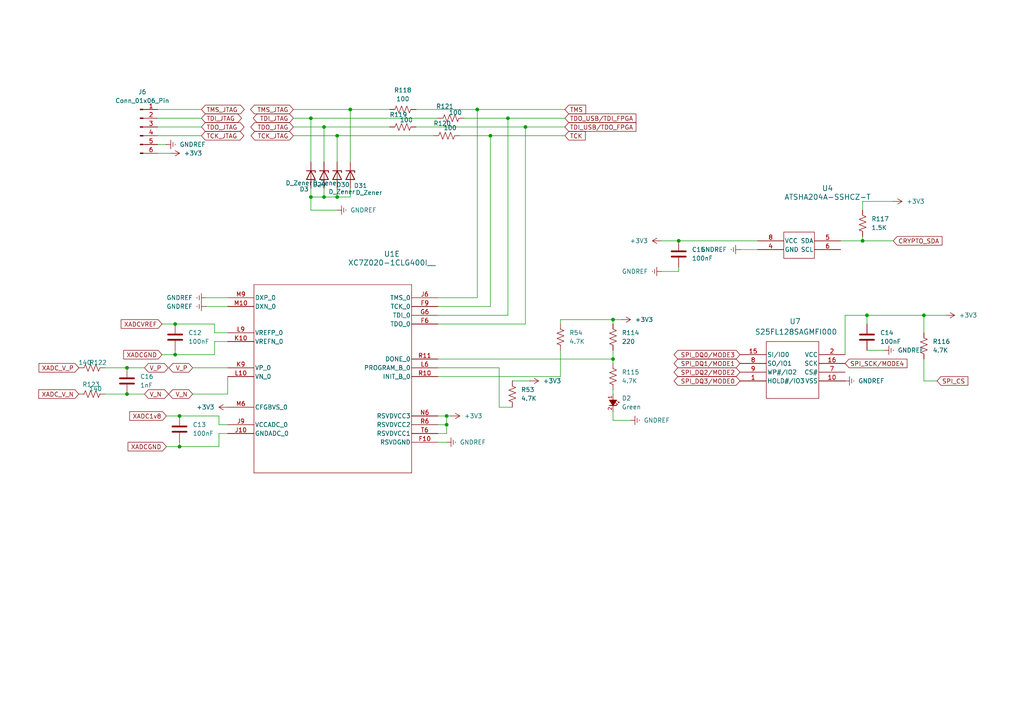
<source format=kicad_sch>
(kicad_sch (version 20231120) (generator "eeschema") (generator_version "8.0")
  (paper "A4")
  (junction (at 97.79 39.37))
  (junction (at 36.83 114.3))
  (junction (at 90.17 57.15))
  (junction (at 196.85 69.85))
  (junction (at 50.8 93.98))
  (junction (at 36.83 106.68))
  (junction (at 93.98 36.83))
  (junction (at 147.32 34.29))
  (junction (at 152.4 36.83))
  (junction (at 50.8 102.87))
  (junction (at 93.98 57.15))
  (junction (at 129.54 120.65))
  (junction (at 101.6 31.75))
  (junction (at 177.8 104.14))
  (junction (at 90.17 34.29))
  (junction (at 251.46 91.44))
  (junction (at 250.19 69.85))
  (junction (at 129.54 123.19))
  (junction (at 52.07 120.65))
  (junction (at 52.07 129.54))
  (junction (at 267.97 91.44))
  (junction (at 97.79 57.15))
  (junction (at 138.43 31.75))
  (junction (at 142.24 39.37))
  (junction (at 177.8 92.71))
  (wire (pts (xy 191.77 69.85) (xy 196.85 69.85)))
  (wire (pts (xy 46.99 102.87) (xy 50.8 102.87)))
  (wire (pts (xy 63.5 125.73) (xy 63.5 129.54)))
  (wire (pts (xy 59.69 88.9) (xy 66.04 88.9)))
  (wire (pts (xy 245.11 91.44) (xy 251.46 91.44)))
  (wire (pts (xy 250.19 69.85) (xy 243.84 69.85)))
  (wire (pts (xy 138.43 31.75) (xy 163.83 31.75)))
  (wire (pts (xy 250.19 58.42) (xy 259.08 58.42)))
  (wire (pts (xy 66.04 99.06) (xy 62.23 99.06)))
  (wire (pts (xy 177.8 119.38) (xy 177.8 121.92)))
  (wire (pts (xy 30.48 106.68) (xy 36.83 106.68)))
  (wire (pts (xy 251.46 91.44) (xy 251.46 93.98)))
  (wire (pts (xy 63.5 123.19) (xy 63.5 120.65)))
  (wire (pts (xy 162.56 93.98) (xy 162.56 92.71)))
  (wire (pts (xy 267.97 91.44) (xy 274.32 91.44)))
  (wire (pts (xy 127 120.65) (xy 129.54 120.65)))
  (wire (pts (xy 90.17 34.29) (xy 127 34.29)))
  (wire (pts (xy 36.83 106.68) (xy 41.91 106.68)))
  (wire (pts (xy 177.8 93.98) (xy 177.8 92.71)))
  (wire (pts (xy 129.54 125.73) (xy 129.54 123.19)))
  (wire (pts (xy 97.79 57.15) (xy 93.98 57.15)))
  (wire (pts (xy 45.72 31.75) (xy 58.42 31.75)))
  (wire (pts (xy 97.79 39.37) (xy 97.79 46.99)))
  (wire (pts (xy 129.54 123.19) (xy 129.54 120.65)))
  (wire (pts (xy 93.98 57.15) (xy 90.17 57.15)))
  (wire (pts (xy 120.65 31.75) (xy 138.43 31.75)))
  (wire (pts (xy 46.99 93.98) (xy 50.8 93.98)))
  (wire (pts (xy 63.5 123.19) (xy 66.04 123.19)))
  (wire (pts (xy 214.63 72.39) (xy 219.71 72.39)))
  (wire (pts (xy 48.26 120.65) (xy 52.07 120.65)))
  (wire (pts (xy 177.8 92.71) (xy 180.34 92.71)))
  (wire (pts (xy 148.59 118.11) (xy 144.78 118.11)))
  (wire (pts (xy 133.35 39.37) (xy 142.24 39.37)))
  (wire (pts (xy 50.8 102.87) (xy 62.23 102.87)))
  (wire (pts (xy 90.17 60.96) (xy 97.79 60.96)))
  (wire (pts (xy 148.59 110.49) (xy 153.67 110.49)))
  (wire (pts (xy 152.4 36.83) (xy 163.83 36.83)))
  (wire (pts (xy 177.8 113.03) (xy 177.8 114.3)))
  (wire (pts (xy 127 109.22) (xy 162.56 109.22)))
  (wire (pts (xy 101.6 31.75) (xy 113.03 31.75)))
  (wire (pts (xy 127 123.19) (xy 129.54 123.19)))
  (wire (pts (xy 93.98 36.83) (xy 93.98 46.99)))
  (wire (pts (xy 66.04 96.52) (xy 62.23 96.52)))
  (wire (pts (xy 250.19 69.85) (xy 259.08 69.85)))
  (wire (pts (xy 63.5 125.73) (xy 66.04 125.73)))
  (wire (pts (xy 250.19 68.58) (xy 250.19 69.85)))
  (wire (pts (xy 127 91.44) (xy 147.32 91.44)))
  (wire (pts (xy 97.79 57.15) (xy 101.6 57.15)))
  (wire (pts (xy 63.5 120.65) (xy 52.07 120.65)))
  (wire (pts (xy 127 88.9) (xy 142.24 88.9)))
  (wire (pts (xy 120.65 36.83) (xy 152.4 36.83)))
  (wire (pts (xy 250.19 60.96) (xy 250.19 58.42)))
  (wire (pts (xy 127 106.68) (xy 144.78 106.68)))
  (wire (pts (xy 127 125.73) (xy 129.54 125.73)))
  (wire (pts (xy 85.09 39.37) (xy 97.79 39.37)))
  (wire (pts (xy 97.79 54.61) (xy 97.79 57.15)))
  (wire (pts (xy 90.17 57.15) (xy 90.17 60.96)))
  (wire (pts (xy 127 86.36) (xy 138.43 86.36)))
  (wire (pts (xy 177.8 104.14) (xy 177.8 105.41)))
  (wire (pts (xy 85.09 34.29) (xy 90.17 34.29)))
  (wire (pts (xy 196.85 69.85) (xy 219.71 69.85)))
  (wire (pts (xy 85.09 36.83) (xy 93.98 36.83)))
  (wire (pts (xy 52.07 129.54) (xy 52.07 128.27)))
  (wire (pts (xy 152.4 36.83) (xy 152.4 93.98)))
  (wire (pts (xy 45.72 41.91) (xy 48.26 41.91)))
  (wire (pts (xy 127 128.27) (xy 129.54 128.27)))
  (wire (pts (xy 177.8 101.6) (xy 177.8 104.14)))
  (wire (pts (xy 267.97 104.14) (xy 267.97 110.49)))
  (wire (pts (xy 45.72 36.83) (xy 58.42 36.83)))
  (wire (pts (xy 59.69 86.36) (xy 66.04 86.36)))
  (wire (pts (xy 90.17 34.29) (xy 90.17 46.99)))
  (wire (pts (xy 134.62 34.29) (xy 147.32 34.29)))
  (wire (pts (xy 85.09 31.75) (xy 101.6 31.75)))
  (wire (pts (xy 101.6 31.75) (xy 101.6 46.99)))
  (wire (pts (xy 129.54 120.65) (xy 130.81 120.65)))
  (wire (pts (xy 50.8 102.87) (xy 50.8 101.6)))
  (wire (pts (xy 45.72 44.45) (xy 49.53 44.45)))
  (wire (pts (xy 162.56 101.6) (xy 162.56 109.22)))
  (wire (pts (xy 144.78 118.11) (xy 144.78 106.68)))
  (wire (pts (xy 55.88 106.68) (xy 66.04 106.68)))
  (wire (pts (xy 66.04 114.3) (xy 66.04 109.22)))
  (wire (pts (xy 48.26 129.54) (xy 52.07 129.54)))
  (wire (pts (xy 142.24 88.9) (xy 142.24 39.37)))
  (wire (pts (xy 97.79 39.37) (xy 125.73 39.37)))
  (wire (pts (xy 251.46 101.6) (xy 256.54 101.6)))
  (wire (pts (xy 93.98 36.83) (xy 113.03 36.83)))
  (wire (pts (xy 45.72 34.29) (xy 58.42 34.29)))
  (wire (pts (xy 52.07 129.54) (xy 63.5 129.54)))
  (wire (pts (xy 147.32 34.29) (xy 163.83 34.29)))
  (wire (pts (xy 251.46 91.44) (xy 267.97 91.44)))
  (wire (pts (xy 196.85 78.74) (xy 196.85 77.47)))
  (wire (pts (xy 267.97 110.49) (xy 271.78 110.49)))
  (wire (pts (xy 191.77 78.74) (xy 196.85 78.74)))
  (wire (pts (xy 127 104.14) (xy 177.8 104.14)))
  (wire (pts (xy 177.8 121.92) (xy 182.88 121.92)))
  (wire (pts (xy 30.48 114.3) (xy 36.83 114.3)))
  (wire (pts (xy 55.88 114.3) (xy 66.04 114.3)))
  (wire (pts (xy 62.23 93.98) (xy 50.8 93.98)))
  (wire (pts (xy 127 93.98) (xy 152.4 93.98)))
  (wire (pts (xy 62.23 96.52) (xy 62.23 93.98)))
  (wire (pts (xy 36.83 114.3) (xy 41.91 114.3)))
  (wire (pts (xy 138.43 86.36) (xy 138.43 31.75)))
  (wire (pts (xy 90.17 54.61) (xy 90.17 57.15)))
  (wire (pts (xy 45.72 39.37) (xy 58.42 39.37)))
  (wire (pts (xy 93.98 54.61) (xy 93.98 57.15)))
  (wire (pts (xy 101.6 54.61) (xy 101.6 57.15)))
  (wire (pts (xy 267.97 91.44) (xy 267.97 96.52)))
  (wire (pts (xy 147.32 91.44) (xy 147.32 34.29)))
  (wire (pts (xy 142.24 39.37) (xy 163.83 39.37)))
  (wire (pts (xy 245.11 102.87) (xy 245.11 91.44)))
  (wire (pts (xy 162.56 92.71) (xy 177.8 92.71)))
  (wire (pts (xy 62.23 99.06) (xy 62.23 102.87)))
  (global_label "SPI_DQ1{slash}MODE1" (shape bidirectional) (at 214.63 105.41 180) (property "Intersheetrefs" "${INTERSHEET_REFS}" (effects (hide yes))))
  (global_label "TDO_USB{slash}TDI_FPGA" (shape input) (at 163.83 34.29 0) (property "Intersheetrefs" "${INTERSHEET_REFS}" (effects (hide yes))))
  (global_label "XADCGND" (shape input) (at 46.99 102.87 180) (property "Intersheetrefs" "${INTERSHEET_REFS}" (effects (hide yes))))
  (global_label "SPI_CS" (shape input) (at 271.78 110.49 0) (property "Intersheetrefs" "${INTERSHEET_REFS}" (effects (hide yes))))
  (global_label "SPI_SCK{slash}MODE4" (shape input) (at 245.11 105.41 0) (property "Intersheetrefs" "${INTERSHEET_REFS}" (effects (hide yes))))
  (global_label "TCK_JTAG" (shape bidirectional) (at 58.42 39.37 0) (property "Intersheetrefs" "${INTERSHEET_REFS}" (effects (hide yes))))
  (global_label "TDO_JTAG" (shape bidirectional) (at 58.42 36.83 0) (property "Intersheetrefs" "${INTERSHEET_REFS}" (effects (hide yes))))
  (global_label "XADC1v8" (shape input) (at 48.26 120.65 180) (property "Intersheetrefs" "${INTERSHEET_REFS}" (effects (hide yes))))
  (global_label "TMS_JTAG" (shape bidirectional) (at 85.09 31.75 180) (property "Intersheetrefs" "${INTERSHEET_REFS}" (effects (hide yes))))
  (global_label "TDO_JTAG" (shape bidirectional) (at 85.09 36.83 180) (property "Intersheetrefs" "${INTERSHEET_REFS}" (effects (hide yes))))
  (global_label "V_N" (shape bidirectional) (at 41.91 114.3 0) (property "Intersheetrefs" "${INTERSHEET_REFS}" (effects (hide yes))))
  (global_label "TDI_JTAG" (shape bidirectional) (at 85.09 34.29 180) (property "Intersheetrefs" "${INTERSHEET_REFS}" (effects (hide yes))))
  (global_label "V_P" (shape bidirectional) (at 41.91 106.68 0) (property "Intersheetrefs" "${INTERSHEET_REFS}" (effects (hide yes))))
  (global_label "SPI_DQ3{slash}MODE0" (shape bidirectional) (at 214.63 110.49 180) (property "Intersheetrefs" "${INTERSHEET_REFS}" (effects (hide yes))))
  (global_label "TMS" (shape input) (at 163.83 31.75 0) (property "Intersheetrefs" "${INTERSHEET_REFS}" (effects (hide yes))))
  (global_label "TDI_JTAG" (shape bidirectional) (at 58.42 34.29 0) (property "Intersheetrefs" "${INTERSHEET_REFS}" (effects (hide yes))))
  (global_label "XADCGND" (shape input) (at 48.26 129.54 180) (property "Intersheetrefs" "${INTERSHEET_REFS}" (effects (hide yes))))
  (global_label "TCK" (shape input) (at 163.83 39.37 0) (property "Intersheetrefs" "${INTERSHEET_REFS}" (effects (hide yes))))
  (global_label "V_P" (shape bidirectional) (at 55.88 106.68 180) (property "Intersheetrefs" "${INTERSHEET_REFS}" (effects (hide yes))))
  (global_label "XADC_V_N" (shape input) (at 22.86 114.3 180) (property "Intersheetrefs" "${INTERSHEET_REFS}" (effects (hide yes))))
  (global_label "CRYPTO_SDA" (shape input) (at 259.08 69.85 0) (property "Intersheetrefs" "${INTERSHEET_REFS}" (effects (hide yes))))
  (global_label "TMS_JTAG" (shape bidirectional) (at 58.42 31.75 0) (property "Intersheetrefs" "${INTERSHEET_REFS}" (effects (hide yes))))
  (global_label "TDI_USB{slash}TDO_FPGA" (shape input) (at 163.83 36.83 0) (property "Intersheetrefs" "${INTERSHEET_REFS}" (effects (hide yes))))
  (global_label "XADC_V_P" (shape input) (at 22.86 106.68 180) (property "Intersheetrefs" "${INTERSHEET_REFS}" (effects (hide yes))))
  (global_label "SPI_DQ2{slash}MODE2" (shape bidirectional) (at 214.63 107.95 180) (property "Intersheetrefs" "${INTERSHEET_REFS}" (effects (hide yes))))
  (global_label "V_N" (shape bidirectional) (at 55.88 114.3 180) (property "Intersheetrefs" "${INTERSHEET_REFS}" (effects (hide yes))))
  (global_label "TCK_JTAG" (shape bidirectional) (at 85.09 39.37 180) (property "Intersheetrefs" "${INTERSHEET_REFS}" (effects (hide yes))))
  (global_label "SPI_DQ0{slash}MODE3" (shape bidirectional) (at 214.63 102.87 180) (property "Intersheetrefs" "${INTERSHEET_REFS}" (effects (hide yes))))
  (global_label "XADCVREF" (shape input) (at 46.99 93.98 180) (property "Intersheetrefs" "${INTERSHEET_REFS}" (effects (hide yes))))
  (symbol (lib_name "ATSHA204A-SSHCZ-T_1") (lib_id "ATSHA204A_SSHCZ_T:ATSHA204A-SSHCZ-T") (at 219.71 64.77 0) (unit 1)
    (property "Reference" "U4" (at 240.03 54.61 0) (effects (font (size 1.524 1.524))))
    (property "Value" "ATSHA204A-SSHCZ-T" (at 240.03 57.15 0) (effects (font (size 1.524 1.524))))
    (property "Footprint" "footprints:SOIC8_4P9X3P9MC_MCH" (effects (hide yes)))
    (property "Datasheet" "ATSHA204A-SSHCZ-T" (effects (hide yes)))
  )
  (symbol (lib_id "power:GNDREF") (at 59.69 88.9 270) (unit 1)
    (property "Reference" "#PWR0153" (effects (hide yes)))
    (property "Value" "GNDREF" (at 55.88 88.8999 90) (effects (justify right)))
    (property "Description" "Power symbol creates a global label with name \"GNDREF\" , reference supply ground" (effects (hide yes)))
  )
  (symbol (lib_id "Device:D_Zener") (at 97.79 50.8 270) (unit 1)
    (property "Reference" "D30" (at 97.536 53.594 90) (effects (justify left)))
    (property "Value" "D_Zener" (at 95.25 55.626 90) (effects (justify left)))
    (property "Footprint" "footprints:SOD123_DIO" (effects (hide yes)))
    (property "Description" "Zener diode" (effects (hide yes)))
  )
  (symbol (lib_id "Device:D_Zener") (at 93.98 50.8 270) (unit 1)
    (property "Reference" "D29" (at 90.678 53.594 90) (effects (justify left)))
    (property "Value" "D_Zener" (at 90.678 53.086 90) (effects (justify left)))
    (property "Footprint" "footprints:SOD123_DIO" (effects (hide yes)))
    (property "Description" "Zener diode" (effects (hide yes)))
  )
  (symbol (lib_id "power:+3V3") (at 66.04 118.11 90) (unit 1)
    (property "Reference" "#PWR0137" (effects (hide yes)))
    (property "Value" "+3V3" (at 62.23 118.1099 90) (effects (justify left)))
    (property "Description" "Power symbol creates a global label with name \"+3V3\"" (effects (hide yes)))
  )
  (symbol (lib_id "Device:C") (at 196.85 73.66 0) (unit 1)
    (property "Reference" "C15" (at 200.66 72.3899 0) (effects (justify left)))
    (property "Value" "100nF" (at 200.66 74.9299 0) (effects (justify left)))
    (property "Footprint" "footprints:C_0402" (effects (hide yes)))
    (property "Description" "Unpolarized capacitor" (effects (hide yes)))
  )
  (symbol (lib_id "Device:R_US") (at 116.84 31.75 90) (unit 1)
    (property "Reference" "R118" (at 116.84 26.1582 90))
    (property "Value" "100" (at 116.84 28.6982 90))
    (property "Footprint" "footprints:R_0402" (effects (hide yes)))
    (property "Description" "Resistor, US symbol" (effects (hide yes)))
  )
  (symbol (lib_id "Device:D_Zener") (at 101.6 50.8 270) (unit 1)
    (property "Reference" "D31" (at 102.616 53.848 90) (effects (justify left)))
    (property "Value" "D_Zener" (at 103.124 55.88 90) (effects (justify left)))
    (property "Footprint" "footprints:SOD123_DIO" (effects (hide yes)))
    (property "Description" "Zener diode" (effects (hide yes)))
  )
  (symbol (lib_id "Device:R_US") (at 130.81 34.29 90) (unit 1)
    (property "Reference" "R121" (at 129.032 30.8581 90))
    (property "Value" "100" (at 132.08 32.6361 90))
    (property "Footprint" "footprints:R_0402" (effects (hide yes)))
    (property "Description" "Resistor, US symbol" (effects (hide yes)))
  )
  (symbol (lib_id "Device:R_US") (at 116.84 36.83 90) (unit 1)
    (property "Reference" "R119" (at 115.57 33.274 90))
    (property "Value" "100" (at 117.856 34.798 90))
    (property "Footprint" "footprints:R_0402" (effects (hide yes)))
    (property "Description" "Resistor, US symbol" (effects (hide yes)))
  )
  (symbol (lib_id "power:GNDREF") (at 129.54 128.27 90) (unit 1)
    (property "Reference" "#PWR0138" (effects (hide yes)))
    (property "Value" "GNDREF" (at 133.35 128.2699 90) (effects (justify right)))
    (property "Description" "Power symbol creates a global label with name \"GNDREF\" , reference supply ground" (effects (hide yes)))
  )
  (symbol (lib_id "Device:R_US") (at 250.19 64.77 0) (unit 1)
    (property "Reference" "R117" (at 252.73 63.4999 0) (effects (justify left)))
    (property "Value" "1.5K" (at 252.73 66.0399 0) (effects (justify left)))
    (property "Footprint" "footprints:R_0402" (effects (hide yes)))
    (property "Description" "Resistor, US symbol" (effects (hide yes)))
  )
  (symbol (lib_id "power:GNDREF") (at 59.69 86.36 270) (unit 1)
    (property "Reference" "#PWR0136" (effects (hide yes)))
    (property "Value" "GNDREF" (at 55.88 86.3599 90) (effects (justify right)))
    (property "Description" "Power symbol creates a global label with name \"GNDREF\" , reference supply ground" (effects (hide yes)))
  )
  (symbol (lib_id "Device:R_US") (at 26.67 106.68 90) (unit 1)
    (property "Reference" "R122" (at 28.448 105.156 90))
    (property "Value" "140" (at 24.638 105.156 90))
    (property "Footprint" "footprints:R_0402" (effects (hide yes)))
    (property "Description" "Resistor, US symbol" (effects (hide yes)))
  )
  (symbol (lib_id "Device:R_US") (at 26.67 114.3 90) (unit 1)
    (property "Reference" "R123" (at 26.416 111.506 90))
    (property "Value" "140" (at 27.686 112.776 90))
    (property "Footprint" "footprints:R_0402" (effects (hide yes)))
    (property "Description" "Resistor, US symbol" (effects (hide yes)))
  )
  (symbol (lib_id "power:GNDREF") (at 245.11 110.49 90) (unit 1)
    (property "Reference" "#PWR0143" (effects (hide yes)))
    (property "Value" "GNDREF" (at 248.92 110.4899 90) (effects (justify right)))
    (property "Description" "Power symbol creates a global label with name \"GNDREF\" , reference supply ground" (effects (hide yes)))
  )
  (symbol (lib_id "Device:C") (at 52.07 124.46 0) (unit 1)
    (property "Reference" "C13" (at 55.88 123.1899 0) (effects (justify left)))
    (property "Value" "100nF" (at 55.88 125.7299 0) (effects (justify left)))
    (property "Footprint" "footprints:C_0402" (effects (hide yes)))
    (property "Description" "Unpolarized capacitor" (effects (hide yes)))
  )
  (symbol (lib_id "power:+3V3") (at 49.53 44.45 270) (unit 1)
    (property "Reference" "#PWR0151" (effects (hide yes)))
    (property "Value" "+3V3" (at 53.34 44.4499 90) (effects (justify left)))
    (property "Description" "Power symbol creates a global label with name \"+3V3\"" (effects (hide yes)))
  )
  (symbol (lib_id "power:GNDREF") (at 256.54 101.6 90) (unit 1)
    (property "Reference" "#PWR0145" (effects (hide yes)))
    (property "Value" "GNDREF" (at 260.35 101.5999 90) (effects (justify right)))
    (property "Description" "Power symbol creates a global label with name \"GNDREF\" , reference supply ground" (effects (hide yes)))
  )
  (symbol (lib_id "power:GNDREF") (at 97.79 60.96 90) (unit 1)
    (property "Reference" "#PWR0152" (effects (hide yes)))
    (property "Value" "GNDREF" (at 101.6 60.9599 90) (effects (justify right)))
    (property "Description" "Power symbol creates a global label with name \"GNDREF\" , reference supply ground" (effects (hide yes)))
  )
  (symbol (lib_id "S25FL128SAGMFI000:S25FL128SAGMFI000") (at 199.39 99.06 0) (unit 1)
    (property "Reference" "U7" (at 230.632 93.218 0) (effects (font (size 1.524 1.524))))
    (property "Value" "S25FL128SAGMFI000" (at 230.886 96.266 0) (effects (font (size 1.524 1.524))))
    (property "Footprint" "footprints:SO3016_INF" (effects (hide yes)))
    (property "Datasheet" "S25FL128SAGMFI000" (effects (hide yes)))
  )
  (symbol (lib_id "power:+3V3") (at 191.77 69.85 90) (unit 1)
    (property "Reference" "#PWR0148" (effects (hide yes)))
    (property "Value" "+3V3" (at 187.96 69.8499 90) (effects (justify left)))
    (property "Description" "Power symbol creates a global label with name \"+3V3\"" (effects (hide yes)))
  )
  (symbol (lib_id "power:+3V3") (at 130.81 120.65 270) (unit 1)
    (property "Reference" "#PWR0139" (effects (hide yes)))
    (property "Value" "+3V3" (at 134.62 120.6499 90) (effects (justify left)))
    (property "Description" "Power symbol creates a global label with name \"+3V3\"" (effects (hide yes)))
  )
  (symbol (lib_id "power:+3V3") (at 274.32 91.44 270) (unit 1)
    (property "Reference" "#PWR0144" (effects (hide yes)))
    (property "Value" "+3V3" (at 278.13 91.4399 90) (effects (justify left)))
    (property "Description" "Power symbol creates a global label with name \"+3V3\"" (effects (hide yes)))
  )
  (symbol (lib_id "power:GNDREF") (at 182.88 121.92 90) (unit 1)
    (property "Reference" "#PWR0142" (effects (hide yes)))
    (property "Value" "GNDREF" (at 186.69 121.9199 90) (effects (justify right)))
    (property "Description" "Power symbol creates a global label with name \"GNDREF\" , reference supply ground" (effects (hide yes)))
  )
  (symbol (lib_id "Aquiot:LED") (at 177.8 116.84 270) (unit 1)
    (property "Reference" "D2" (at 180.34 115.5064 90) (effects (justify left)))
    (property "Value" "Green" (at 180.34 118.0464 90) (effects (justify left)))
    (property "Footprint" "footprints:LED_0402_1005Metric" (effects (hide yes)))
    (property "Description" "Light emitting diode, small symbol, filled shape" (effects (hide yes)))
  )
  (symbol (lib_id "Device:R_US") (at 177.8 97.79 0) (unit 1)
    (property "Reference" "R114" (at 180.34 96.5199 0) (effects (justify left)))
    (property "Value" "220" (at 180.34 99.0599 0) (effects (justify left)))
    (property "Footprint" "footprints:R_0402" (effects (hide yes)))
    (property "Description" "Resistor, US symbol" (effects (hide yes)))
  )
  (symbol (lib_id "Device:R_US") (at 129.54 39.37 90) (unit 1)
    (property "Reference" "R120" (at 128.27 35.814 90))
    (property "Value" "100" (at 130.556 37.084 90))
    (property "Footprint" "footprints:R_0402" (effects (hide yes)))
    (property "Description" "Resistor, US symbol" (effects (hide yes)))
  )
  (symbol (lib_id "Connector:Conn_01x06_Pin") (at 40.64 36.83 0) (unit 1)
    (property "Reference" "J6" (at 41.275 26.67 0))
    (property "Value" "Conn_01x06_Pin" (at 41.275 29.21 0))
    (property "Footprint" "footprints:CONN6_PZ254V-11-06P_XFC" (effects (hide yes)))
    (property "Description" "Generic connector, single row, 01x06, script generated" (effects (hide yes)))
  )
  (symbol (lib_id "xc7z020-1clg400i_complete:XC7Z020-1CLG400I__") (at 66.04 90.17 0) (unit 5)
    (property "Reference" "U1" (at 113.665 73.66 0) (effects (font (size 1.524 1.524))))
    (property "Value" "XC7Z020-1CLG400I__" (at 113.665 76.2 0) (effects (font (size 1.524 1.524))))
    (property "Footprint" "footprints:CLG400_ZYNQ-7000_AMD" (effects (hide yes)))
    (property "Datasheet" "XC7Z020-1CLG400I" (effects (hide yes)))
  )
  (symbol (lib_id "Device:R_US") (at 148.59 114.3 0) (unit 1)
    (property "Reference" "R53" (at 151.13 113.0299 0) (effects (justify left)))
    (property "Value" "4.7K" (at 151.13 115.5699 0) (effects (justify left)))
    (property "Footprint" "footprints:R_0402" (effects (hide yes)))
    (property "Description" "Resistor, US symbol" (effects (hide yes)))
  )
  (symbol (lib_id "Device:C") (at 36.83 110.49 0) (unit 1)
    (property "Reference" "C16" (at 40.64 109.2199 0) (effects (justify left)))
    (property "Value" "1nF" (at 40.64 111.7599 0) (effects (justify left)))
    (property "Footprint" "footprints:C_0402" (effects (hide yes)))
    (property "Description" "Unpolarized capacitor" (effects (hide yes)))
  )
  (symbol (lib_id "power:+3V3") (at 259.08 58.42 270) (unit 1)
    (property "Reference" "#PWR0146" (effects (hide yes)))
    (property "Value" "+3V3" (at 262.89 58.4199 90) (effects (justify left)))
    (property "Description" "Power symbol creates a global label with name \"+3V3\"" (effects (hide yes)))
  )
  (symbol (lib_id "Device:D_Zener") (at 90.17 50.8 270) (unit 1)
    (property "Reference" "D3" (at 86.868 54.864 90) (effects (justify left)))
    (property "Value" "D_Zener" (at 82.804 53.086 90) (effects (justify left)))
    (property "Footprint" "footprints:SOD123_DIO" (effects (hide yes)))
    (property "Description" "Zener diode" (effects (hide yes)))
  )
  (symbol (lib_id "power:+3V3") (at 153.67 110.49 270) (unit 1)
    (property "Reference" "#PWR0140" (effects (hide yes)))
    (property "Value" "+3V3" (at 157.48 110.4899 90) (effects (justify left)))
    (property "Description" "Power symbol creates a global label with name \"+3V3\"" (effects (hide yes)))
  )
  (symbol (lib_id "power:GNDREF") (at 214.63 72.39 270) (unit 1)
    (property "Reference" "#PWR0147" (effects (hide yes)))
    (property "Value" "GNDREF" (at 210.82 72.3899 90) (effects (justify right)))
    (property "Description" "Power symbol creates a global label with name \"GNDREF\" , reference supply ground" (effects (hide yes)))
  )
  (symbol (lib_id "power:GNDREF") (at 191.77 78.74 270) (unit 1)
    (property "Reference" "#PWR0149" (effects (hide yes)))
    (property "Value" "GNDREF" (at 187.96 78.7399 90) (effects (justify right)))
    (property "Description" "Power symbol creates a global label with name \"GNDREF\" , reference supply ground" (effects (hide yes)))
  )
  (symbol (lib_id "Device:R_US") (at 267.97 100.33 0) (unit 1)
    (property "Reference" "R116" (at 270.51 99.0599 0) (effects (justify left)))
    (property "Value" "4.7K" (at 270.51 101.5999 0) (effects (justify left)))
    (property "Footprint" "footprints:R_0402" (effects (hide yes)))
    (property "Description" "Resistor, US symbol" (effects (hide yes)))
  )
  (symbol (lib_id "power:GNDREF") (at 48.26 41.91 90) (unit 1)
    (property "Reference" "#PWR0150" (effects (hide yes)))
    (property "Value" "GNDREF" (at 52.07 41.9099 90) (effects (justify right)))
    (property "Description" "Power symbol creates a global label with name \"GNDREF\" , reference supply ground" (effects (hide yes)))
  )
  (symbol (lib_id "Device:R_US") (at 162.56 97.79 0) (unit 1)
    (property "Reference" "R54" (at 165.1 96.5199 0) (effects (justify left)))
    (property "Value" "4.7K" (at 165.1 99.0599 0) (effects (justify left)))
    (property "Footprint" "footprints:R_0402" (effects (hide yes)))
    (property "Description" "Resistor, US symbol" (effects (hide yes)))
  )
  (symbol (lib_id "power:+3V3") (at 180.34 92.71 270) (unit 1)
    (property "Reference" "#PWR0141" (effects (hide yes)))
    (property "Value" "+3V3" (at 184.15 92.7099 90) (effects (justify left)))
    (property "Description" "Power symbol creates a global label with name \"+3V3\"" (effects (hide yes)))
  )
  (symbol (lib_id "Device:C") (at 50.8 97.79 0) (unit 1)
    (property "Reference" "C12" (at 54.61 96.5199 0) (effects (justify left)))
    (property "Value" "100nF" (at 54.61 99.0599 0) (effects (justify left)))
    (property "Footprint" "footprints:C_0402" (effects (hide yes)))
    (property "Description" "Unpolarized capacitor" (effects (hide yes)))
  )
  (symbol (lib_id "Device:C") (at 251.46 97.79 0) (unit 1)
    (property "Reference" "C14" (at 255.27 96.5199 0) (effects (justify left)))
    (property "Value" "100nF" (at 255.27 99.0599 0) (effects (justify left)))
    (property "Footprint" "footprints:C_0402" (effects (hide yes)))
    (property "Description" "Unpolarized capacitor" (effects (hide yes)))
  )
  (symbol (lib_id "Device:R_US") (at 177.8 109.22 0) (unit 1)
    (property "Reference" "R115" (at 180.34 107.9499 0) (effects (justify left)))
    (property "Value" "4.7K" (at 180.34 110.4899 0) (effects (justify left)))
    (property "Footprint" "footprints:R_0402" (effects (hide yes)))
    (property "Description" "Resistor, US symbol" (effects (hide yes)))
  )
)
</source>
